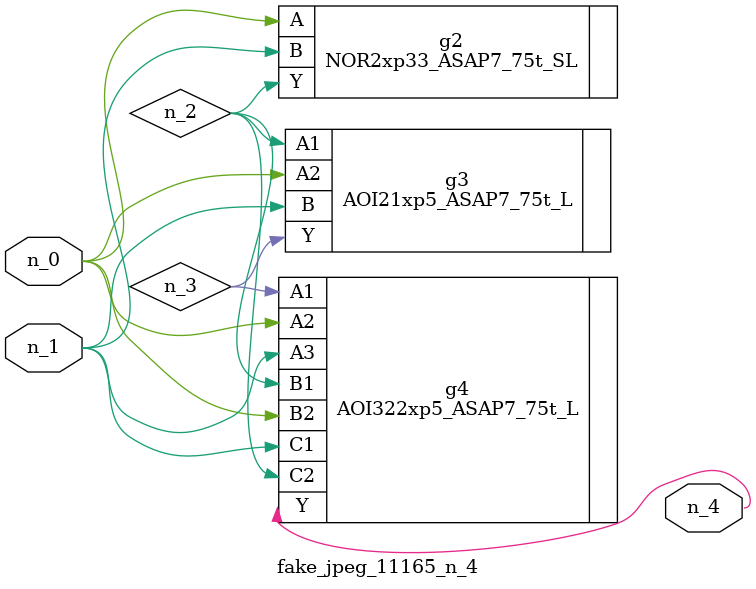
<source format=v>
module fake_jpeg_11165_n_4 (n_0, n_1, n_4);

input n_0;
input n_1;

output n_4;

wire n_2;
wire n_3;

NOR2xp33_ASAP7_75t_SL g2 ( 
.A(n_0),
.B(n_1),
.Y(n_2)
);

AOI21xp5_ASAP7_75t_L g3 ( 
.A1(n_2),
.A2(n_0),
.B(n_1),
.Y(n_3)
);

AOI322xp5_ASAP7_75t_L g4 ( 
.A1(n_3),
.A2(n_0),
.A3(n_1),
.B1(n_2),
.B2(n_0),
.C1(n_1),
.C2(n_2),
.Y(n_4)
);


endmodule
</source>
